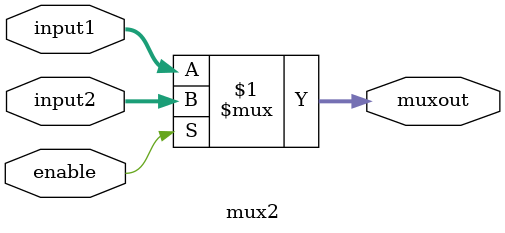
<source format=v>
module mux2(input1,input2,enable,muxout);
input[15:0] input1,input2;
input enable;
output wire[15:0] muxout;

assign muxout=(enable)?input2:input1;
endmodule

</source>
